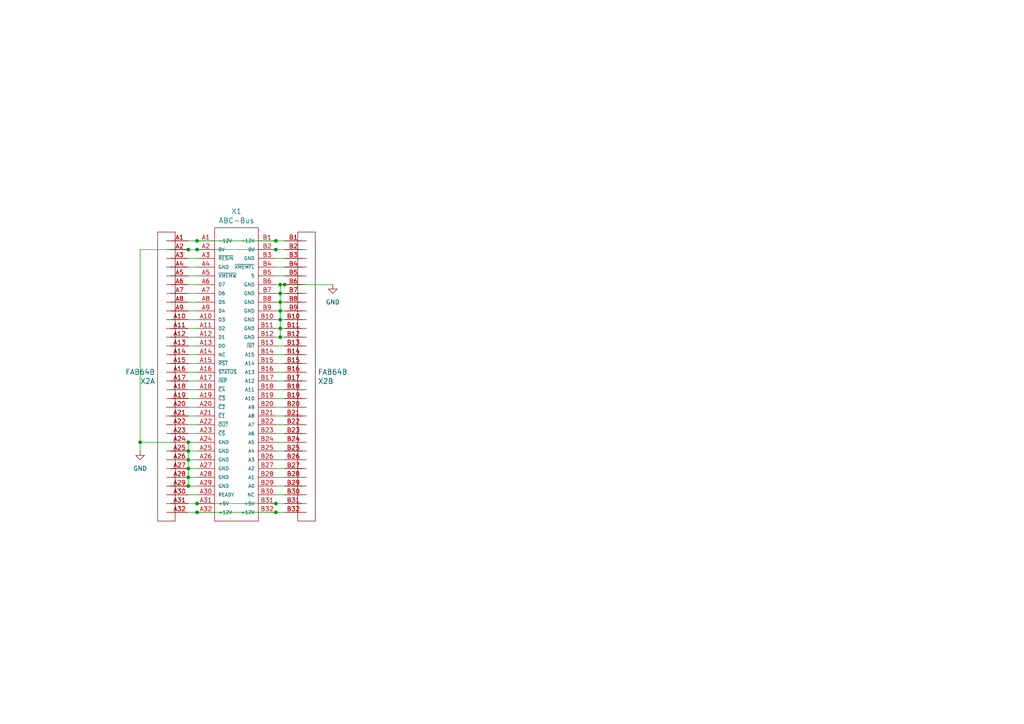
<source format=kicad_sch>
(kicad_sch (version 20211123) (generator eeschema)
  (paper "A4")
  (lib_symbols
    (symbol "max80:ABC-Bus" (pin_names (offset 1.016))
      (property "Reference" "X" (at 3.81 41.91 0))
      (property "Value" "ABC-Bus" (at -3.81 -46.99 0))
      (symbol "ABC-Bus_1_0"
        (pin bidirectional line (at -12.7 13.97 0) (length 5.08) (name "D3") (number "A10"))
        (pin bidirectional line (at -12.7 11.43 0) (length 5.08) (name "D2") (number "A11"))
        (pin bidirectional line (at -12.7 8.89 0) (length 5.08) (name "D1") (number "A12"))
        (pin bidirectional line (at -12.7 6.35 0) (length 5.08) (name "D0") (number "A13"))
        (pin passive line (at -12.7 3.81 0) (length 5.08) (name "NC") (number "A14"))
        (pin bidirectional line (at -12.7 1.27 0) (length 5.08) (name "~{RST}") (number "A15"))
        (pin bidirectional line (at -12.7 -1.27 0) (length 5.08) (name "~{STATUS}") (number "A16"))
        (pin bidirectional line (at -12.7 -3.81 0) (length 5.08) (name "~{INP}") (number "A17"))
        (pin bidirectional line (at -12.7 -6.35 0) (length 5.08) (name "~{C4}") (number "A18"))
        (pin bidirectional line (at -12.7 -8.89 0) (length 5.08) (name "~{C3}") (number "A19"))
        (pin power_out line (at -12.7 34.29 0) (length 5.08) (name "0V") (number "A2"))
        (pin bidirectional line (at -12.7 -11.43 0) (length 5.08) (name "~{C2}") (number "A20"))
        (pin bidirectional line (at -12.7 -13.97 0) (length 5.08) (name "~{C1}") (number "A21"))
        (pin bidirectional line (at -12.7 -16.51 0) (length 5.08) (name "~{OUT}") (number "A22"))
        (pin bidirectional line (at -12.7 -19.05 0) (length 5.08) (name "~{CS}") (number "A23"))
        (pin power_out line (at -12.7 -21.59 0) (length 5.08) (name "GND") (number "A24"))
        (pin power_out line (at -12.7 -24.13 0) (length 5.08) (name "GND") (number "A25"))
        (pin power_out line (at -12.7 -26.67 0) (length 5.08) (name "GND") (number "A26"))
        (pin power_out line (at -12.7 -29.21 0) (length 5.08) (name "GND") (number "A27"))
        (pin power_out line (at -12.7 -31.75 0) (length 5.08) (name "GND") (number "A28"))
        (pin power_out line (at -12.7 -34.29 0) (length 5.08) (name "GND") (number "A29"))
        (pin bidirectional line (at -12.7 31.75 0) (length 5.08) (name "~{RESIN}") (number "A3"))
        (pin bidirectional line (at -12.7 -36.83 0) (length 5.08) (name "READY") (number "A30"))
        (pin power_out line (at -12.7 -39.37 0) (length 5.08) (name "+5V") (number "A31"))
        (pin power_out line (at -12.7 -41.91 0) (length 5.08) (name "+12V") (number "A32"))
        (pin power_out line (at -12.7 29.21 0) (length 5.08) (name "GND") (number "A4"))
        (pin bidirectional line (at -12.7 26.67 0) (length 5.08) (name "~{XMEMW}") (number "A5"))
        (pin bidirectional line (at -12.7 24.13 0) (length 5.08) (name "D7") (number "A6"))
        (pin bidirectional line (at -12.7 21.59 0) (length 5.08) (name "D6") (number "A7"))
        (pin bidirectional line (at -12.7 19.05 0) (length 5.08) (name "D5") (number "A8"))
        (pin bidirectional line (at -12.7 16.51 0) (length 5.08) (name "D4") (number "A9"))
      )
      (symbol "ABC-Bus_1_1"
        (rectangle (start -7.62 40.64) (end 5.08 -44.45))
        (pin power_out line (at -12.7 36.83 0) (length 5.08) (name "-12V") (number "A1"))
        (pin power_out line (at 10.16 36.83 180) (length 5.08) (name "-12V") (number "B1"))
        (pin power_out line (at 10.16 13.97 180) (length 5.08) (name "GND") (number "B10"))
        (pin power_out line (at 10.16 11.43 180) (length 5.08) (name "GND") (number "B11"))
        (pin power_out line (at 10.16 8.89 180) (length 5.08) (name "GND") (number "B12"))
        (pin bidirectional line (at 10.16 6.35 180) (length 5.08) (name "~{INT}") (number "B13"))
        (pin bidirectional line (at 10.16 3.81 180) (length 5.08) (name "A15") (number "B14"))
        (pin bidirectional line (at 10.16 1.27 180) (length 5.08) (name "A14") (number "B15"))
        (pin bidirectional line (at 10.16 -1.27 180) (length 5.08) (name "A13") (number "B16"))
        (pin bidirectional line (at 10.16 -3.81 180) (length 5.08) (name "A12") (number "B17"))
        (pin bidirectional line (at 10.16 -6.35 180) (length 5.08) (name "A11") (number "B18"))
        (pin bidirectional line (at 10.16 -8.89 180) (length 5.08) (name "A10") (number "B19"))
        (pin power_out line (at 10.16 34.29 180) (length 5.08) (name "0V") (number "B2"))
        (pin bidirectional line (at 10.16 -11.43 180) (length 5.08) (name "A9") (number "B20"))
        (pin bidirectional line (at 10.16 -13.97 180) (length 5.08) (name "A8") (number "B21"))
        (pin bidirectional line (at 10.16 -16.51 180) (length 5.08) (name "A7") (number "B22"))
        (pin bidirectional line (at 10.16 -19.05 180) (length 5.08) (name "A6") (number "B23"))
        (pin bidirectional line (at 10.16 -21.59 180) (length 5.08) (name "A5") (number "B24"))
        (pin bidirectional line (at 10.16 -24.13 180) (length 5.08) (name "A4") (number "B25"))
        (pin bidirectional line (at 10.16 -26.67 180) (length 5.08) (name "A3") (number "B26"))
        (pin bidirectional line (at 10.16 -29.21 180) (length 5.08) (name "A2") (number "B27"))
        (pin bidirectional line (at 10.16 -31.75 180) (length 5.08) (name "A1") (number "B28"))
        (pin bidirectional line (at 10.16 -34.29 180) (length 5.08) (name "A0") (number "B29"))
        (pin power_out line (at 10.16 31.75 180) (length 5.08) (name "GND") (number "B3"))
        (pin passive line (at 10.16 -36.83 180) (length 5.08) (name "NC") (number "B30"))
        (pin power_out line (at 10.16 -39.37 180) (length 5.08) (name "+5V") (number "B31"))
        (pin power_out line (at 10.16 -41.91 180) (length 5.08) (name "+12V") (number "B32"))
        (pin bidirectional line (at 10.16 29.21 180) (length 5.08) (name "~{XMEMFL}") (number "B4"))
        (pin passive line (at 10.16 26.67 180) (length 5.08) (name "5") (number "B5"))
        (pin power_out line (at 10.16 24.13 180) (length 5.08) (name "GND") (number "B6"))
        (pin power_out line (at 10.16 21.59 180) (length 5.08) (name "GND") (number "B7"))
        (pin power_out line (at 10.16 19.05 180) (length 5.08) (name "GND") (number "B8"))
        (pin power_out line (at 10.16 16.51 180) (length 5.08) (name "GND") (number "B9"))
      )
    )
    (symbol "max80:FAB64B" (pin_names (offset 1.016))
      (property "Reference" "X" (at -1.27 41.402 0))
      (property "Value" "FAB64B" (at -1.27 -45.72 0))
      (symbol "FAB64B_1_0"
        (polyline (pts (xy -1.27 40.64) (xy -1.27 -43.18)))
        (polyline (pts (xy -1.27 40.64) (xy 3.81 40.64)))
        (polyline (pts (xy 1.27 -40.64) (xy 2.54 -40.64)))
        (polyline (pts (xy 1.27 -38.1) (xy 2.54 -38.1)))
        (polyline (pts (xy 1.27 -35.56) (xy 2.54 -35.56)))
        (polyline (pts (xy 1.27 -33.02) (xy 2.54 -33.02)))
        (polyline (pts (xy 1.27 -30.48) (xy 2.54 -30.48)))
        (polyline (pts (xy 1.27 -27.94) (xy 2.54 -27.94)))
        (polyline (pts (xy 1.27 -25.4) (xy 2.54 -25.4)))
        (polyline (pts (xy 1.27 -22.86) (xy 2.54 -22.86)))
        (polyline (pts (xy 1.27 -20.32) (xy 2.54 -20.32)))
        (polyline (pts (xy 1.27 -17.78) (xy 2.54 -17.78)))
        (polyline (pts (xy 1.27 -15.24) (xy 2.54 -15.24)))
        (polyline (pts (xy 1.27 -12.7) (xy 2.54 -12.7)))
        (polyline (pts (xy 1.27 -10.16) (xy 2.54 -10.16)))
        (polyline (pts (xy 1.27 -7.62) (xy 2.54 -7.62)))
        (polyline (pts (xy 1.27 -5.08) (xy 2.54 -5.08)))
        (polyline (pts (xy 1.27 -2.54) (xy 2.54 -2.54)))
        (polyline (pts (xy 1.27 0) (xy 2.54 0)))
        (polyline (pts (xy 1.27 2.54) (xy 2.54 2.54)))
        (polyline (pts (xy 1.27 5.08) (xy 2.54 5.08)))
        (polyline (pts (xy 1.27 7.62) (xy 2.54 7.62)))
        (polyline (pts (xy 1.27 10.16) (xy 2.54 10.16)))
        (polyline (pts (xy 1.27 12.7) (xy 2.54 12.7)))
        (polyline (pts (xy 1.27 15.24) (xy 2.54 15.24)))
        (polyline (pts (xy 1.27 17.78) (xy 2.54 17.78)))
        (polyline (pts (xy 1.27 20.32) (xy 2.54 20.32)))
        (polyline (pts (xy 1.27 22.86) (xy 2.54 22.86)))
        (polyline (pts (xy 1.27 25.4) (xy 2.54 25.4)))
        (polyline (pts (xy 1.27 27.94) (xy 2.54 27.94)))
        (polyline (pts (xy 1.27 30.48) (xy 2.54 30.48)))
        (polyline (pts (xy 1.27 33.02) (xy 2.54 33.02)))
        (polyline (pts (xy 1.27 35.56) (xy 2.54 35.56)))
        (polyline (pts (xy 1.27 38.1) (xy 2.54 38.1)))
        (polyline (pts (xy 3.81 -43.18) (xy -1.27 -43.18)))
        (polyline (pts (xy 3.81 -43.18) (xy 3.81 40.64)))
        (pin passive line (at 7.62 38.1 180) (length 5.08) (name "-12v") (number "A1"))
        (pin passive line (at 7.62 15.24 180) (length 5.08) (name "10") (number "A10"))
        (pin passive line (at 7.62 12.7 180) (length 5.08) (name "11") (number "A11"))
        (pin passive line (at 7.62 10.16 180) (length 5.08) (name "12") (number "A12"))
        (pin passive line (at 7.62 7.62 180) (length 5.08) (name "13") (number "A13"))
        (pin passive line (at 7.62 5.08 180) (length 5.08) (name "14") (number "A14"))
        (pin passive line (at 7.62 2.54 180) (length 5.08) (name "15") (number "A15"))
        (pin passive line (at 7.62 0 180) (length 5.08) (name "16") (number "A16"))
        (pin passive line (at 7.62 -2.54 180) (length 5.08) (name "17") (number "A17"))
        (pin passive line (at 7.62 -5.08 180) (length 5.08) (name "18") (number "A18"))
        (pin passive line (at 7.62 -7.62 180) (length 5.08) (name "19") (number "A19"))
        (pin passive line (at 7.62 35.56 180) (length 5.08) (name "0v") (number "A2"))
        (pin passive line (at 7.62 -10.16 180) (length 5.08) (name "20") (number "A20"))
        (pin passive line (at 7.62 -12.7 180) (length 5.08) (name "21") (number "A21"))
        (pin passive line (at 7.62 -15.24 180) (length 5.08) (name "22") (number "A22"))
        (pin passive line (at 7.62 -17.78 180) (length 5.08) (name "23") (number "A23"))
        (pin passive line (at 7.62 -20.32 180) (length 5.08) (name "24") (number "A24"))
        (pin passive line (at 7.62 -22.86 180) (length 5.08) (name "25") (number "A25"))
        (pin passive line (at 7.62 -25.4 180) (length 5.08) (name "26") (number "A26"))
        (pin passive line (at 7.62 -27.94 180) (length 5.08) (name "27") (number "A27"))
        (pin passive line (at 7.62 -30.48 180) (length 5.08) (name "28") (number "A28"))
        (pin passive line (at 7.62 -33.02 180) (length 5.08) (name "29") (number "A29"))
        (pin passive line (at 7.62 33.02 180) (length 5.08) (name "3") (number "A3"))
        (pin passive line (at 7.62 -35.56 180) (length 5.08) (name "30") (number "A30"))
        (pin passive line (at 7.62 -38.1 180) (length 5.08) (name "31") (number "A31"))
        (pin passive line (at 7.62 -40.64 180) (length 5.08) (name "32") (number "A32"))
        (pin passive line (at 7.62 30.48 180) (length 5.08) (name "4") (number "A4"))
        (pin passive line (at 7.62 27.94 180) (length 5.08) (name "5") (number "A5"))
        (pin passive line (at 7.62 25.4 180) (length 5.08) (name "6") (number "A6"))
        (pin passive line (at 7.62 22.86 180) (length 5.08) (name "7") (number "A7"))
        (pin passive line (at 7.62 20.32 180) (length 5.08) (name "8") (number "A8"))
        (pin passive line (at 7.62 17.78 180) (length 5.08) (name "9") (number "A9"))
      )
      (symbol "FAB64B_2_0"
        (polyline (pts (xy -1.27 40.64) (xy -1.27 -43.18)))
        (polyline (pts (xy -1.27 40.64) (xy 3.81 40.64)))
        (polyline (pts (xy 1.27 -40.64) (xy 2.54 -40.64)))
        (polyline (pts (xy 1.27 -38.1) (xy 2.54 -38.1)))
        (polyline (pts (xy 1.27 -35.56) (xy 2.54 -35.56)))
        (polyline (pts (xy 1.27 -33.02) (xy 2.54 -33.02)))
        (polyline (pts (xy 1.27 -30.48) (xy 2.54 -30.48)))
        (polyline (pts (xy 1.27 -27.94) (xy 2.54 -27.94)))
        (polyline (pts (xy 1.27 -25.4) (xy 2.54 -25.4)))
        (polyline (pts (xy 1.27 -22.86) (xy 2.54 -22.86)))
        (polyline (pts (xy 1.27 -20.32) (xy 2.54 -20.32)))
        (polyline (pts (xy 1.27 -17.78) (xy 2.54 -17.78)))
        (polyline (pts (xy 1.27 -15.24) (xy 2.54 -15.24)))
        (polyline (pts (xy 1.27 -12.7) (xy 2.54 -12.7)))
        (polyline (pts (xy 1.27 -10.16) (xy 2.54 -10.16)))
        (polyline (pts (xy 1.27 -7.62) (xy 2.54 -7.62)))
        (polyline (pts (xy 1.27 -5.08) (xy 2.54 -5.08)))
        (polyline (pts (xy 1.27 -2.54) (xy 2.54 -2.54)))
        (polyline (pts (xy 1.27 0) (xy 2.54 0)))
        (polyline (pts (xy 1.27 2.54) (xy 2.54 2.54)))
        (polyline (pts (xy 1.27 5.08) (xy 2.54 5.08)))
        (polyline (pts (xy 1.27 7.62) (xy 2.54 7.62)))
        (polyline (pts (xy 1.27 10.16) (xy 2.54 10.16)))
        (polyline (pts (xy 1.27 12.7) (xy 2.54 12.7)))
        (polyline (pts (xy 1.27 15.24) (xy 2.54 15.24)))
        (polyline (pts (xy 1.27 17.78) (xy 2.54 17.78)))
        (polyline (pts (xy 1.27 20.32) (xy 2.54 20.32)))
        (polyline (pts (xy 1.27 22.86) (xy 2.54 22.86)))
        (polyline (pts (xy 1.27 25.4) (xy 2.54 25.4)))
        (polyline (pts (xy 1.27 27.94) (xy 2.54 27.94)))
        (polyline (pts (xy 1.27 30.48) (xy 2.54 30.48)))
        (polyline (pts (xy 1.27 33.02) (xy 2.54 33.02)))
        (polyline (pts (xy 1.27 35.56) (xy 2.54 35.56)))
        (polyline (pts (xy 1.27 38.1) (xy 2.54 38.1)))
        (polyline (pts (xy 3.81 -43.18) (xy -1.27 -43.18)))
        (polyline (pts (xy 3.81 -43.18) (xy 3.81 40.64)))
        (pin passive line (at 7.62 38.1 180) (length 5.08) (name "1") (number "B1"))
        (pin passive line (at 7.62 15.24 180) (length 5.08) (name "10") (number "B10"))
        (pin passive line (at 7.62 12.7 180) (length 5.08) (name "11") (number "B11"))
        (pin passive line (at 7.62 10.16 180) (length 5.08) (name "12") (number "B12"))
        (pin passive line (at 7.62 7.62 180) (length 5.08) (name "13") (number "B13"))
        (pin passive line (at 7.62 5.08 180) (length 5.08) (name "14") (number "B14"))
        (pin passive line (at 7.62 2.54 180) (length 5.08) (name "15") (number "B15"))
        (pin passive line (at 7.62 0 180) (length 5.08) (name "16") (number "B16"))
        (pin passive line (at 7.62 -2.54 180) (length 5.08) (name "17") (number "B17"))
        (pin passive line (at 7.62 -5.08 180) (length 5.08) (name "18") (number "B18"))
        (pin passive line (at 7.62 -7.62 180) (length 5.08) (name "19") (number "B19"))
        (pin passive line (at 7.62 35.56 180) (length 5.08) (name "2") (number "B2"))
        (pin passive line (at 7.62 -10.16 180) (length 5.08) (name "20") (number "B20"))
        (pin passive line (at 7.62 -12.7 180) (length 5.08) (name "21") (number "B21"))
        (pin passive line (at 7.62 -15.24 180) (length 5.08) (name "22") (number "B22"))
        (pin passive line (at 7.62 -17.78 180) (length 5.08) (name "23") (number "B23"))
        (pin passive line (at 7.62 -20.32 180) (length 5.08) (name "24") (number "B24"))
        (pin passive line (at 7.62 -22.86 180) (length 5.08) (name "25") (number "B25"))
        (pin passive line (at 7.62 -25.4 180) (length 5.08) (name "26") (number "B26"))
        (pin passive line (at 7.62 -27.94 180) (length 5.08) (name "27") (number "B27"))
        (pin passive line (at 7.62 -30.48 180) (length 5.08) (name "28") (number "B28"))
        (pin passive line (at 7.62 -33.02 180) (length 5.08) (name "29") (number "B29"))
        (pin passive line (at 7.62 33.02 180) (length 5.08) (name "3") (number "B3"))
        (pin passive line (at 7.62 -35.56 180) (length 5.08) (name "30") (number "B30"))
        (pin passive line (at 7.62 -38.1 180) (length 5.08) (name "31") (number "B31"))
        (pin passive line (at 7.62 -40.64 180) (length 5.08) (name "32") (number "B32"))
        (pin passive line (at 7.62 30.48 180) (length 5.08) (name "4") (number "B4"))
        (pin passive line (at 7.62 27.94 180) (length 5.08) (name "5") (number "B5"))
        (pin passive line (at 7.62 25.4 180) (length 5.08) (name "6") (number "B6"))
        (pin passive line (at 7.62 22.86 180) (length 5.08) (name "7") (number "B7"))
        (pin passive line (at 7.62 20.32 180) (length 5.08) (name "8") (number "B8"))
        (pin passive line (at 7.62 17.78 180) (length 5.08) (name "9") (number "B9"))
      )
    )
    (symbol "power:GND" (power) (pin_names (offset 0))
      (property "Value" "GND" (at 0 -3.81 0))
      (symbol "GND_0_1"
        (polyline (pts (xy 0 0) (xy 0 -1.27) (xy 1.27 -1.27) (xy 0 -2.54) (xy -1.27 -1.27) (xy 0 -1.27)))
      )
      (symbol "GND_1_1"
        (pin power_in line (at 0 0 270) (length 0) hide (name "GND") (number "1"))
      )
    )
    (symbol "sm6uax:FAB64B" (pin_names (offset 1.016))
      (property "Reference" "X" (at -1.27 41.402 0))
      (property "Value" "FAB64B" (at -1.27 -45.72 0))
      (symbol "FAB64B_1_0"
        (polyline (pts (xy -1.27 40.64) (xy -1.27 -43.18)))
        (polyline (pts (xy -1.27 40.64) (xy 3.81 40.64)))
        (polyline (pts (xy 1.27 -40.64) (xy 2.54 -40.64)))
        (polyline (pts (xy 1.27 -38.1) (xy 2.54 -38.1)))
        (polyline (pts (xy 1.27 -35.56) (xy 2.54 -35.56)))
        (polyline (pts (xy 1.27 -33.02) (xy 2.54 -33.02)))
        (polyline (pts (xy 1.27 -30.48) (xy 2.54 -30.48)))
        (polyline (pts (xy 1.27 -27.94) (xy 2.54 -27.94)))
        (polyline (pts (xy 1.27 -25.4) (xy 2.54 -25.4)))
        (polyline (pts (xy 1.27 -22.86) (xy 2.54 -22.86)))
        (polyline (pts (xy 1.27 -20.32) (xy 2.54 -20.32)))
        (polyline (pts (xy 1.27 -17.78) (xy 2.54 -17.78)))
        (polyline (pts (xy 1.27 -15.24) (xy 2.54 -15.24)))
        (polyline (pts (xy 1.27 -12.7) (xy 2.54 -12.7)))
        (polyline (pts (xy 1.27 -10.16) (xy 2.54 -10.16)))
        (polyline (pts (xy 1.27 -7.62) (xy 2.54 -7.62)))
        (polyline (pts (xy 1.27 -5.08) (xy 2.54 -5.08)))
        (polyline (pts (xy 1.27 -2.54) (xy 2.54 -2.54)))
        (polyline (pts (xy 1.27 0) (xy 2.54 0)))
        (polyline (pts (xy 1.27 2.54) (xy 2.54 2.54)))
        (polyline (pts (xy 1.27 5.08) (xy 2.54 5.08)))
        (polyline (pts (xy 1.27 7.62) (xy 2.54 7.62)))
        (polyline (pts (xy 1.27 10.16) (xy 2.54 10.16)))
        (polyline (pts (xy 1.27 12.7) (xy 2.54 12.7)))
        (polyline (pts (xy 1.27 15.24) (xy 2.54 15.24)))
        (polyline (pts (xy 1.27 17.78) (xy 2.54 17.78)))
        (polyline (pts (xy 1.27 20.32) (xy 2.54 20.32)))
        (polyline (pts (xy 1.27 22.86) (xy 2.54 22.86)))
        (polyline (pts (xy 1.27 25.4) (xy 2.54 25.4)))
        (polyline (pts (xy 1.27 27.94) (xy 2.54 27.94)))
        (polyline (pts (xy 1.27 30.48) (xy 2.54 30.48)))
        (polyline (pts (xy 1.27 33.02) (xy 2.54 33.02)))
        (polyline (pts (xy 1.27 35.56) (xy 2.54 35.56)))
        (polyline (pts (xy 1.27 38.1) (xy 2.54 38.1)))
        (polyline (pts (xy 3.81 -43.18) (xy -1.27 -43.18)))
        (polyline (pts (xy 3.81 -43.18) (xy 3.81 40.64)))
        (pin passive line (at 7.62 38.1 180) (length 5.08) (name "-12v") (number "A1"))
        (pin passive line (at 7.62 15.24 180) (length 5.08) (name "10") (number "A10"))
        (pin passive line (at 7.62 12.7 180) (length 5.08) (name "11") (number "A11"))
        (pin passive line (at 7.62 10.16 180) (length 5.08) (name "12") (number "A12"))
        (pin passive line (at 7.62 7.62 180) (length 5.08) (name "13") (number "A13"))
        (pin passive line (at 7.62 5.08 180) (length 5.08) (name "14") (number "A14"))
        (pin passive line (at 7.62 2.54 180) (length 5.08) (name "15") (number "A15"))
        (pin passive line (at 7.62 0 180) (length 5.08) (name "16") (number "A16"))
        (pin passive line (at 7.62 -2.54 180) (length 5.08) (name "17") (number "A17"))
        (pin passive line (at 7.62 -5.08 180) (length 5.08) (name "18") (number "A18"))
        (pin passive line (at 7.62 -7.62 180) (length 5.08) (name "19") (number "A19"))
        (pin passive line (at 7.62 35.56 180) (length 5.08) (name "0v") (number "A2"))
        (pin passive line (at 7.62 -10.16 180) (length 5.08) (name "20") (number "A20"))
        (pin passive line (at 7.62 -12.7 180) (length 5.08) (name "21") (number "A21"))
        (pin passive line (at 7.62 -15.24 180) (length 5.08) (name "22") (number "A22"))
        (pin passive line (at 7.62 -17.78 180) (length 5.08) (name "23") (number "A23"))
        (pin passive line (at 7.62 -20.32 180) (length 5.08) (name "24") (number "A24"))
        (pin passive line (at 7.62 -22.86 180) (length 5.08) (name "25") (number "A25"))
        (pin passive line (at 7.62 -25.4 180) (length 5.08) (name "26") (number "A26"))
        (pin passive line (at 7.62 -27.94 180) (length 5.08) (name "27") (number "A27"))
        (pin passive line (at 7.62 -30.48 180) (length 5.08) (name "28") (number "A28"))
        (pin passive line (at 7.62 -33.02 180) (length 5.08) (name "29") (number "A29"))
        (pin passive line (at 7.62 33.02 180) (length 5.08) (name "3") (number "A3"))
        (pin passive line (at 7.62 -35.56 180) (length 5.08) (name "30") (number "A30"))
        (pin passive line (at 7.62 -38.1 180) (length 5.08) (name "31") (number "A31"))
        (pin passive line (at 7.62 -40.64 180) (length 5.08) (name "32") (number "A32"))
        (pin passive line (at 7.62 30.48 180) (length 5.08) (name "4") (number "A4"))
        (pin passive line (at 7.62 27.94 180) (length 5.08) (name "5") (number "A5"))
        (pin passive line (at 7.62 25.4 180) (length 5.08) (name "6") (number "A6"))
        (pin passive line (at 7.62 22.86 180) (length 5.08) (name "7") (number "A7"))
        (pin passive line (at 7.62 20.32 180) (length 5.08) (name "8") (number "A8"))
        (pin passive line (at 7.62 17.78 180) (length 5.08) (name "9") (number "A9"))
      )
      (symbol "FAB64B_2_0"
        (polyline (pts (xy -1.27 40.64) (xy -1.27 -43.18)))
        (polyline (pts (xy -1.27 40.64) (xy 3.81 40.64)))
        (polyline (pts (xy 1.27 -40.64) (xy 2.54 -40.64)))
        (polyline (pts (xy 1.27 -38.1) (xy 2.54 -38.1)))
        (polyline (pts (xy 1.27 -35.56) (xy 2.54 -35.56)))
        (polyline (pts (xy 1.27 -33.02) (xy 2.54 -33.02)))
        (polyline (pts (xy 1.27 -30.48) (xy 2.54 -30.48)))
        (polyline (pts (xy 1.27 -27.94) (xy 2.54 -27.94)))
        (polyline (pts (xy 1.27 -25.4) (xy 2.54 -25.4)))
        (polyline (pts (xy 1.27 -22.86) (xy 2.54 -22.86)))
        (polyline (pts (xy 1.27 -20.32) (xy 2.54 -20.32)))
        (polyline (pts (xy 1.27 -17.78) (xy 2.54 -17.78)))
        (polyline (pts (xy 1.27 -15.24) (xy 2.54 -15.24)))
        (polyline (pts (xy 1.27 -12.7) (xy 2.54 -12.7)))
        (polyline (pts (xy 1.27 -10.16) (xy 2.54 -10.16)))
        (polyline (pts (xy 1.27 -7.62) (xy 2.54 -7.62)))
        (polyline (pts (xy 1.27 -5.08) (xy 2.54 -5.08)))
        (polyline (pts (xy 1.27 -2.54) (xy 2.54 -2.54)))
        (polyline (pts (xy 1.27 0) (xy 2.54 0)))
        (polyline (pts (xy 1.27 2.54) (xy 2.54 2.54)))
        (polyline (pts (xy 1.27 5.08) (xy 2.54 5.08)))
        (polyline (pts (xy 1.27 7.62) (xy 2.54 7.62)))
        (polyline (pts (xy 1.27 10.16) (xy 2.54 10.16)))
        (polyline (pts (xy 1.27 12.7) (xy 2.54 12.7)))
        (polyline (pts (xy 1.27 15.24) (xy 2.54 15.24)))
        (polyline (pts (xy 1.27 17.78) (xy 2.54 17.78)))
        (polyline (pts (xy 1.27 20.32) (xy 2.54 20.32)))
        (polyline (pts (xy 1.27 22.86) (xy 2.54 22.86)))
        (polyline (pts (xy 1.27 25.4) (xy 2.54 25.4)))
        (polyline (pts (xy 1.27 27.94) (xy 2.54 27.94)))
        (polyline (pts (xy 1.27 30.48) (xy 2.54 30.48)))
        (polyline (pts (xy 1.27 33.02) (xy 2.54 33.02)))
        (polyline (pts (xy 1.27 35.56) (xy 2.54 35.56)))
        (polyline (pts (xy 1.27 38.1) (xy 2.54 38.1)))
        (polyline (pts (xy 3.81 -43.18) (xy -1.27 -43.18)))
        (polyline (pts (xy 3.81 -43.18) (xy 3.81 40.64)))
        (pin passive line (at 7.62 38.1 180) (length 5.08) (name "1") (number "B1"))
        (pin passive line (at 7.62 15.24 180) (length 5.08) (name "10") (number "B10"))
        (pin passive line (at 7.62 12.7 180) (length 5.08) (name "11") (number "B11"))
        (pin passive line (at 7.62 10.16 180) (length 5.08) (name "12") (number "B12"))
        (pin passive line (at 7.62 7.62 180) (length 5.08) (name "13") (number "B13"))
        (pin passive line (at 7.62 5.08 180) (length 5.08) (name "14") (number "B14"))
        (pin passive line (at 7.62 2.54 180) (length 5.08) (name "15") (number "B15"))
        (pin passive line (at 7.62 0 180) (length 5.08) (name "16") (number "B16"))
        (pin passive line (at 7.62 -2.54 180) (length 5.08) (name "17") (number "B17"))
        (pin passive line (at 7.62 -5.08 180) (length 5.08) (name "18") (number "B18"))
        (pin passive line (at 7.62 -7.62 180) (length 5.08) (name "19") (number "B19"))
        (pin passive line (at 7.62 35.56 180) (length 5.08) (name "2") (number "B2"))
        (pin passive line (at 7.62 -10.16 180) (length 5.08) (name "20") (number "B20"))
        (pin passive line (at 7.62 -12.7 180) (length 5.08) (name "21") (number "B21"))
        (pin passive line (at 7.62 -15.24 180) (length 5.08) (name "22") (number "B22"))
        (pin passive line (at 7.62 -17.78 180) (length 5.08) (name "23") (number "B23"))
        (pin passive line (at 7.62 -20.32 180) (length 5.08) (name "24") (number "B24"))
        (pin passive line (at 7.62 -22.86 180) (length 5.08) (name "25") (number "B25"))
        (pin passive line (at 7.62 -25.4 180) (length 5.08) (name "26") (number "B26"))
        (pin passive line (at 7.62 -27.94 180) (length 5.08) (name "27") (number "B27"))
        (pin passive line (at 7.62 -30.48 180) (length 5.08) (name "28") (number "B28"))
        (pin passive line (at 7.62 -33.02 180) (length 5.08) (name "29") (number "B29"))
        (pin passive line (at 7.62 33.02 180) (length 5.08) (name "3") (number "B3"))
        (pin passive line (at 7.62 -35.56 180) (length 5.08) (name "30") (number "B30"))
        (pin passive line (at 7.62 -38.1 180) (length 5.08) (name "31") (number "B31"))
        (pin passive line (at 7.62 -40.64 180) (length 5.08) (name "32") (number "B32"))
        (pin passive line (at 7.62 30.48 180) (length 5.08) (name "4") (number "B4"))
        (pin passive line (at 7.62 27.94 180) (length 5.08) (name "5") (number "B5"))
        (pin passive line (at 7.62 25.4 180) (length 5.08) (name "6") (number "B6"))
        (pin passive line (at 7.62 22.86 180) (length 5.08) (name "7") (number "B7"))
        (pin passive line (at 7.62 20.32 180) (length 5.08) (name "8") (number "B8"))
        (pin passive line (at 7.62 17.78 180) (length 5.08) (name "9") (number "B9"))
      )
    )
  )
  (junction (at 81.28 90.17))
  (junction (at 80.01 146.05))
  (junction (at 57.15 146.05))
  (junction (at 82.55 82.55))
  (junction (at 81.28 92.71))
  (junction (at 80.01 72.39))
  (junction (at 80.01 69.85))
  (junction (at 54.61 128.27))
  (junction (at 57.15 69.85))
  (junction (at 54.61 133.35))
  (junction (at 81.28 82.55))
  (junction (at 54.61 138.43))
  (junction (at 81.28 95.25))
  (junction (at 57.15 72.39))
  (junction (at 40.64 128.27))
  (junction (at 54.61 140.97))
  (junction (at 54.61 135.89))
  (junction (at 80.01 148.59))
  (junction (at 81.28 87.63))
  (junction (at 81.28 85.09))
  (junction (at 81.28 97.79))
  (junction (at 57.15 148.59))
  (junction (at 54.61 72.39))
  (junction (at 54.61 130.81))
  (wire (pts (xy 82.55 82.55) (xy 96.52 82.55)))
  (wire (pts (xy 54.61 110.49) (xy 57.15 110.49)))
  (wire (pts (xy 80.01 133.35) (xy 82.55 133.35)))
  (wire (pts (xy 54.61 100.33) (xy 57.15 100.33)))
  (wire (pts (xy 54.61 72.39) (xy 40.64 72.39)))
  (wire (pts (xy 54.61 118.11) (xy 57.15 118.11)))
  (wire (pts (xy 54.61 69.85) (xy 57.15 69.85)))
  (wire (pts (xy 54.61 120.65) (xy 57.15 120.65)))
  (wire (pts (xy 80.01 100.33) (xy 82.55 100.33)))
  (wire (pts (xy 54.61 130.81) (xy 54.61 133.35)))
  (wire (pts (xy 54.61 105.41) (xy 57.15 105.41)))
  (wire (pts (xy 54.61 97.79) (xy 57.15 97.79)))
  (wire (pts (xy 80.01 105.41) (xy 82.55 105.41)))
  (wire (pts (xy 81.28 90.17) (xy 82.55 90.17)))
  (wire (pts (xy 54.61 128.27) (xy 54.61 130.81)))
  (wire (pts (xy 80.01 97.79) (xy 81.28 97.79)))
  (wire (pts (xy 57.15 146.05) (xy 80.01 146.05)))
  (wire (pts (xy 81.28 95.25) (xy 81.28 97.79)))
  (wire (pts (xy 81.28 85.09) (xy 82.55 85.09)))
  (wire (pts (xy 54.61 82.55) (xy 57.15 82.55)))
  (wire (pts (xy 54.61 135.89) (xy 57.15 135.89)))
  (wire (pts (xy 80.01 118.11) (xy 82.55 118.11)))
  (wire (pts (xy 80.01 102.87) (xy 82.55 102.87)))
  (wire (pts (xy 54.61 92.71) (xy 57.15 92.71)))
  (wire (pts (xy 54.61 85.09) (xy 57.15 85.09)))
  (wire (pts (xy 57.15 69.85) (xy 80.01 69.85)))
  (wire (pts (xy 54.61 74.93) (xy 57.15 74.93)))
  (wire (pts (xy 81.28 92.71) (xy 81.28 95.25)))
  (wire (pts (xy 80.01 92.71) (xy 81.28 92.71)))
  (wire (pts (xy 80.01 110.49) (xy 82.55 110.49)))
  (wire (pts (xy 81.28 90.17) (xy 81.28 92.71)))
  (wire (pts (xy 54.61 130.81) (xy 57.15 130.81)))
  (wire (pts (xy 81.28 87.63) (xy 82.55 87.63)))
  (wire (pts (xy 81.28 87.63) (xy 81.28 90.17)))
  (wire (pts (xy 80.01 72.39) (xy 82.55 72.39)))
  (wire (pts (xy 81.28 92.71) (xy 82.55 92.71)))
  (wire (pts (xy 54.61 115.57) (xy 57.15 115.57)))
  (wire (pts (xy 80.01 148.59) (xy 82.55 148.59)))
  (wire (pts (xy 81.28 95.25) (xy 82.55 95.25)))
  (wire (pts (xy 80.01 128.27) (xy 82.55 128.27)))
  (wire (pts (xy 54.61 125.73) (xy 57.15 125.73)))
  (wire (pts (xy 80.01 115.57) (xy 82.55 115.57)))
  (wire (pts (xy 80.01 125.73) (xy 82.55 125.73)))
  (wire (pts (xy 80.01 95.25) (xy 81.28 95.25)))
  (wire (pts (xy 80.01 143.51) (xy 82.55 143.51)))
  (wire (pts (xy 57.15 72.39) (xy 80.01 72.39)))
  (wire (pts (xy 80.01 87.63) (xy 81.28 87.63)))
  (wire (pts (xy 80.01 85.09) (xy 81.28 85.09)))
  (wire (pts (xy 54.61 140.97) (xy 57.15 140.97)))
  (wire (pts (xy 54.61 123.19) (xy 57.15 123.19)))
  (wire (pts (xy 54.61 146.05) (xy 57.15 146.05)))
  (wire (pts (xy 40.64 128.27) (xy 54.61 128.27)))
  (wire (pts (xy 80.01 120.65) (xy 82.55 120.65)))
  (wire (pts (xy 54.61 80.01) (xy 57.15 80.01)))
  (wire (pts (xy 54.61 138.43) (xy 57.15 138.43)))
  (wire (pts (xy 54.61 143.51) (xy 57.15 143.51)))
  (wire (pts (xy 54.61 107.95) (xy 57.15 107.95)))
  (wire (pts (xy 80.01 107.95) (xy 82.55 107.95)))
  (wire (pts (xy 80.01 82.55) (xy 81.28 82.55)))
  (wire (pts (xy 54.61 148.59) (xy 57.15 148.59)))
  (wire (pts (xy 40.64 72.39) (xy 40.64 128.27)))
  (wire (pts (xy 54.61 95.25) (xy 57.15 95.25)))
  (wire (pts (xy 54.61 77.47) (xy 57.15 77.47)))
  (wire (pts (xy 81.28 85.09) (xy 81.28 87.63)))
  (wire (pts (xy 57.15 148.59) (xy 80.01 148.59)))
  (wire (pts (xy 54.61 135.89) (xy 54.61 138.43)))
  (wire (pts (xy 54.61 133.35) (xy 57.15 133.35)))
  (wire (pts (xy 80.01 130.81) (xy 82.55 130.81)))
  (wire (pts (xy 80.01 123.19) (xy 82.55 123.19)))
  (wire (pts (xy 80.01 69.85) (xy 82.55 69.85)))
  (wire (pts (xy 54.61 87.63) (xy 57.15 87.63)))
  (wire (pts (xy 54.61 90.17) (xy 57.15 90.17)))
  (wire (pts (xy 54.61 128.27) (xy 57.15 128.27)))
  (wire (pts (xy 80.01 140.97) (xy 82.55 140.97)))
  (wire (pts (xy 40.64 128.27) (xy 40.64 130.81)))
  (wire (pts (xy 80.01 113.03) (xy 82.55 113.03)))
  (wire (pts (xy 54.61 133.35) (xy 54.61 135.89)))
  (wire (pts (xy 80.01 74.93) (xy 82.55 74.93)))
  (wire (pts (xy 80.01 138.43) (xy 82.55 138.43)))
  (wire (pts (xy 80.01 90.17) (xy 81.28 90.17)))
  (wire (pts (xy 80.01 135.89) (xy 82.55 135.89)))
  (wire (pts (xy 81.28 82.55) (xy 81.28 85.09)))
  (wire (pts (xy 80.01 77.47) (xy 82.55 77.47)))
  (wire (pts (xy 80.01 146.05) (xy 82.55 146.05)))
  (wire (pts (xy 80.01 80.01) (xy 82.55 80.01)))
  (wire (pts (xy 54.61 138.43) (xy 54.61 140.97)))
  (wire (pts (xy 81.28 82.55) (xy 82.55 82.55)))
  (wire (pts (xy 54.61 102.87) (xy 57.15 102.87)))
  (wire (pts (xy 54.61 72.39) (xy 57.15 72.39)))
  (wire (pts (xy 54.61 113.03) (xy 57.15 113.03)))
  (wire (pts (xy 81.28 97.79) (xy 82.55 97.79)))
  (symbol (lib_id "max80:ABC-Bus") (at 69.85 106.68 0) (unit 1)
    (property "Reference" "X1" (at 68.58 61.3156 0) (effects (font (size 1.4986 1.4986))))
    (property "Value" "ABC-Bus" (at 68.58 63.9826 0) (effects (font (size 1.4986 1.4986))))
    (property "Footprint" "max80:MAB64B" (effects hide))
  )
  (symbol (lib_id "sm6uax:FAB64B") (at 46.99 107.95 0) (unit 1)
    (property "Reference" "X2" (at 45.0088 110.5662 0) (effects (font (size 1.4986 1.4986)) (justify right)))
    (property "Value" "FAB64B" (at 45.0088 107.8992 0) (effects (font (size 1.4986 1.4986)) (justify right)))
    (property "Footprint" "max80:MAB64B-FAB64Q" (effects hide))
  )
  (symbol (lib_id "max80:FAB64B") (at 90.17 107.95 0) (mirror y) (unit 2)
    (property "Reference" "X2" (at 92.1512 110.5662 0) (effects (font (size 1.4986 1.4986)) (justify right)))
    (property "Value" "FAB64B" (at 92.1512 107.8992 0) (effects (font (size 1.4986 1.4986)) (justify right)))
    (property "Footprint" "max80:MAB64B-FAB64Q" (effects hide))
  )
  (symbol (lib_id "power:GND") (at 40.64 130.81 0) (mirror y) (unit 1)
    (property "Reference" "#PWR0101" (effects hide))
    (property "Value" "GND" (at 40.64 135.89 0))
  )
  (symbol (lib_id "power:GND") (at 96.52 82.55 0) (mirror y) (unit 1)
    (property "Reference" "#PWR0102" (effects hide))
    (property "Value" "GND" (at 96.52 87.63 0))
  )
)
</source>
